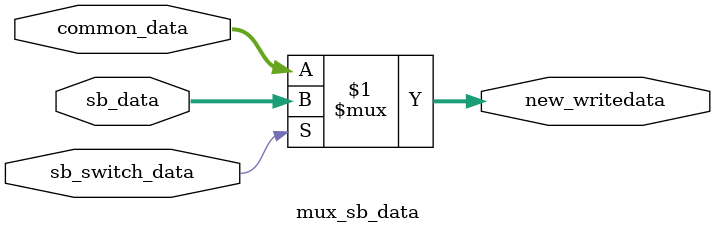
<source format=v>
`timescale 1ns / 1ps
module mux_sb_data(
    input [31:0] sb_data,
    input [31:0] common_data,
    input sb_switch_data,
    output [31:0] new_writedata
    );
	 assign new_writedata = (sb_switch_data)? sb_data:common_data;

endmodule

</source>
